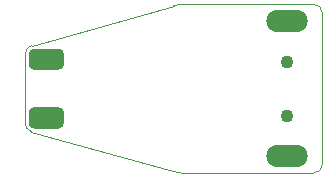
<source format=gbs>
%TF.GenerationSoftware,KiCad,Pcbnew,(6.0.4-0)*%
%TF.CreationDate,2022-05-31T16:01:43+12:00*%
%TF.ProjectId,usba_caddy,75736261-5f63-4616-9464-792e6b696361,rev?*%
%TF.SameCoordinates,PX6bf4b80PY4944400*%
%TF.FileFunction,Soldermask,Bot*%
%TF.FilePolarity,Negative*%
%FSLAX46Y46*%
G04 Gerber Fmt 4.6, Leading zero omitted, Abs format (unit mm)*
G04 Created by KiCad (PCBNEW (6.0.4-0)) date 2022-05-31 16:01:43*
%MOMM*%
%LPD*%
G01*
G04 APERTURE LIST*
%TA.AperFunction,Profile*%
%ADD10C,0.100000*%
%TD*%
%ADD11C,1.100000*%
%ADD12O,3.500000X1.900000*%
G04 APERTURE END LIST*
D10*
X4025005Y14299979D02*
G75*
G03*
X3500000Y13625000I171395J-674979D01*
G01*
X16050000Y17675000D02*
X4025000Y14300000D01*
X16025000Y3650000D02*
X4000000Y7025000D01*
X27900000Y3500000D02*
G75*
G03*
X28650000Y4250000I0J750000D01*
G01*
X16024998Y3649996D02*
G75*
G03*
X16700000Y3500000I675002J1443804D01*
G01*
X28650000Y4250000D02*
X28650000Y17050000D01*
X28650000Y17050000D02*
G75*
G03*
X27900000Y17800000I-750000J0D01*
G01*
X16700000Y3500000D02*
X27900000Y3500000D01*
X3500482Y7724983D02*
G75*
G03*
X4000000Y7025000I704918J-25183D01*
G01*
X3500000Y7725000D02*
X3500000Y13625000D01*
X27900000Y17800000D02*
X16700000Y17800000D01*
X16700000Y17800000D02*
G75*
G03*
X16050000Y17675000I0J-1752500D01*
G01*
D11*
%TO.C,USBA_PLUG*%
X25650000Y8350000D03*
X25650000Y12950000D03*
D12*
X25650000Y4950000D03*
X25650000Y16350000D03*
%TD*%
%TO.C,*%
G36*
G01*
X6325000Y12250000D02*
X4225000Y12250000D01*
G75*
G02*
X3775000Y12700000I0J450000D01*
G01*
X3775000Y13600000D01*
G75*
G02*
X4225000Y14050000I450000J0D01*
G01*
X6325000Y14050000D01*
G75*
G02*
X6775000Y13600000I0J-450000D01*
G01*
X6775000Y12700000D01*
G75*
G02*
X6325000Y12250000I-450000J0D01*
G01*
G37*
%TD*%
%TO.C,*%
G36*
G01*
X6324999Y7275000D02*
X4224999Y7275000D01*
G75*
G02*
X3774999Y7725000I0J450000D01*
G01*
X3774999Y8625000D01*
G75*
G02*
X4224999Y9075000I450000J0D01*
G01*
X6324999Y9075000D01*
G75*
G02*
X6774999Y8625000I0J-450000D01*
G01*
X6774999Y7725000D01*
G75*
G02*
X6324999Y7275000I-450000J0D01*
G01*
G37*
%TD*%
M02*

</source>
